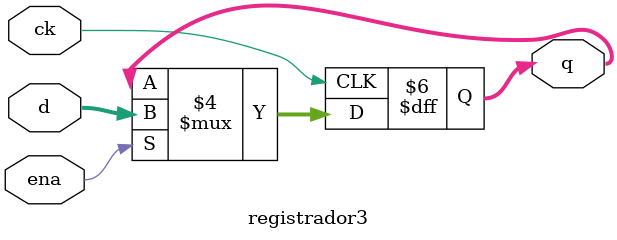
<source format=v>
module registrador1(
    input ck,
    input ena,
    input [5:0] d,
    output reg [5:0] q = 1
);

always @(posedge ck)
    if (ena == 1) 
        q <= d;
endmodule

module registrador2(
    input ck,
    input ena,
    input [5:0] d,
    output reg [5:0] q = 2
);

always @(posedge ck)
    if (ena == 1) 
        q <= d;
endmodule

module registrador3(
    input ck,
    input ena,
    input [5:0] d,
    output reg [5:0] q = 3
);

always @(posedge ck)
    if (ena == 1) 
        q <= d;
endmodule
</source>
